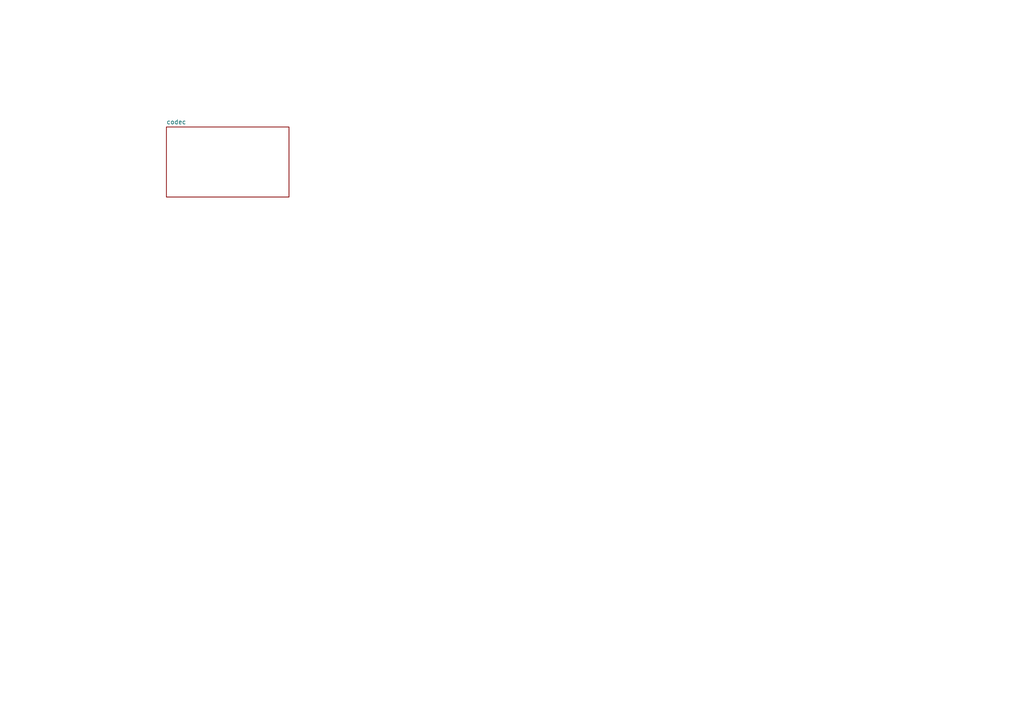
<source format=kicad_sch>
(kicad_sch (version 20230121) (generator eeschema)
  (paper "A4")
  (lib_symbols)
  (sheet (at 48.26 36.83) (size 35.56 20.32) (stroke (width 0.1524))
    (property "Sheetname" "codec" (at 48.26 36.1184 0) (effects (justify left bottom)))
    (property "Sheetfile" "codec.kicad_sch" (effects hide))
  )
)
</source>
